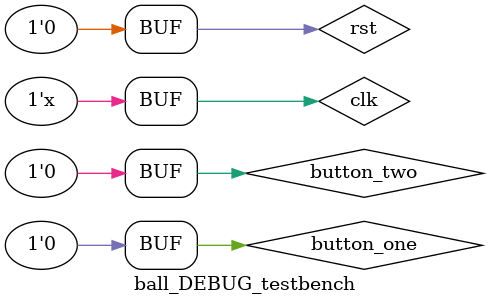
<source format=v>
`timescale 1ns / 1ps


module ball_DEBUG_testbench();

wire [15:0] pos;
wire return, match_one;

reg clk, rst, button_one, button_two;

ball_debug bd(pos, return, match_one, clk, rst, button_one, button_two);

initial begin
    clk = 0;
    rst = 1;
    #(10) rst = 0;
    button_one = 0;
    button_two = 0;
    
    #(50) button_one = 1;
    #(200) button_one = 0;
end

always begin
    #(10) clk = ~clk;
end
endmodule

</source>
